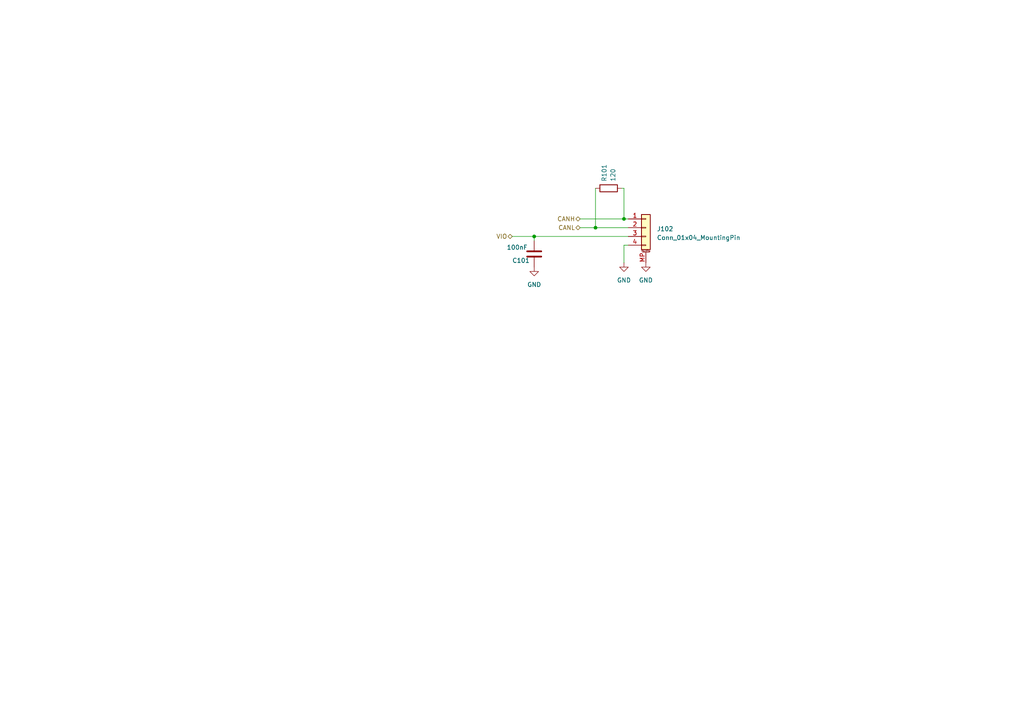
<source format=kicad_sch>
(kicad_sch
	(version 20231120)
	(generator "eeschema")
	(generator_version "8.0")
	(uuid "d339b9d8-51a7-460e-bb19-8d8c25d3e2aa")
	(paper "A4")
	(lib_symbols
		(symbol "Connector_Generic_MountingPin:Conn_01x04_MountingPin"
			(pin_names
				(offset 1.016) hide)
			(exclude_from_sim no)
			(in_bom yes)
			(on_board yes)
			(property "Reference" "J"
				(at 0 5.08 0)
				(effects
					(font
						(size 1.27 1.27)
					)
				)
			)
			(property "Value" "Conn_01x04_MountingPin"
				(at 1.27 -7.62 0)
				(effects
					(font
						(size 1.27 1.27)
					)
					(justify left)
				)
			)
			(property "Footprint" ""
				(at 0 0 0)
				(effects
					(font
						(size 1.27 1.27)
					)
					(hide yes)
				)
			)
			(property "Datasheet" "~"
				(at 0 0 0)
				(effects
					(font
						(size 1.27 1.27)
					)
					(hide yes)
				)
			)
			(property "Description" "Generic connectable mounting pin connector, single row, 01x04, script generated (kicad-library-utils/schlib/autogen/connector/)"
				(at 0 0 0)
				(effects
					(font
						(size 1.27 1.27)
					)
					(hide yes)
				)
			)
			(property "ki_keywords" "connector"
				(at 0 0 0)
				(effects
					(font
						(size 1.27 1.27)
					)
					(hide yes)
				)
			)
			(property "ki_fp_filters" "Connector*:*_1x??-1MP*"
				(at 0 0 0)
				(effects
					(font
						(size 1.27 1.27)
					)
					(hide yes)
				)
			)
			(symbol "Conn_01x04_MountingPin_1_1"
				(rectangle
					(start -1.27 -4.953)
					(end 0 -5.207)
					(stroke
						(width 0.1524)
						(type default)
					)
					(fill
						(type none)
					)
				)
				(rectangle
					(start -1.27 -2.413)
					(end 0 -2.667)
					(stroke
						(width 0.1524)
						(type default)
					)
					(fill
						(type none)
					)
				)
				(rectangle
					(start -1.27 0.127)
					(end 0 -0.127)
					(stroke
						(width 0.1524)
						(type default)
					)
					(fill
						(type none)
					)
				)
				(rectangle
					(start -1.27 2.667)
					(end 0 2.413)
					(stroke
						(width 0.1524)
						(type default)
					)
					(fill
						(type none)
					)
				)
				(rectangle
					(start -1.27 3.81)
					(end 1.27 -6.35)
					(stroke
						(width 0.254)
						(type default)
					)
					(fill
						(type background)
					)
				)
				(polyline
					(pts
						(xy -1.016 -7.112) (xy 1.016 -7.112)
					)
					(stroke
						(width 0.1524)
						(type default)
					)
					(fill
						(type none)
					)
				)
				(text "Mounting"
					(at 0 -6.731 0)
					(effects
						(font
							(size 0.381 0.381)
						)
					)
				)
				(pin passive line
					(at -5.08 2.54 0)
					(length 3.81)
					(name "Pin_1"
						(effects
							(font
								(size 1.27 1.27)
							)
						)
					)
					(number "1"
						(effects
							(font
								(size 1.27 1.27)
							)
						)
					)
				)
				(pin passive line
					(at -5.08 0 0)
					(length 3.81)
					(name "Pin_2"
						(effects
							(font
								(size 1.27 1.27)
							)
						)
					)
					(number "2"
						(effects
							(font
								(size 1.27 1.27)
							)
						)
					)
				)
				(pin passive line
					(at -5.08 -2.54 0)
					(length 3.81)
					(name "Pin_3"
						(effects
							(font
								(size 1.27 1.27)
							)
						)
					)
					(number "3"
						(effects
							(font
								(size 1.27 1.27)
							)
						)
					)
				)
				(pin passive line
					(at -5.08 -5.08 0)
					(length 3.81)
					(name "Pin_4"
						(effects
							(font
								(size 1.27 1.27)
							)
						)
					)
					(number "4"
						(effects
							(font
								(size 1.27 1.27)
							)
						)
					)
				)
				(pin passive line
					(at 0 -10.16 90)
					(length 3.048)
					(name "MountPin"
						(effects
							(font
								(size 1.27 1.27)
							)
						)
					)
					(number "MP"
						(effects
							(font
								(size 1.27 1.27)
							)
						)
					)
				)
			)
		)
		(symbol "Device:C"
			(pin_numbers hide)
			(pin_names
				(offset 0.254)
			)
			(exclude_from_sim no)
			(in_bom yes)
			(on_board yes)
			(property "Reference" "C"
				(at 0.635 2.54 0)
				(effects
					(font
						(size 1.27 1.27)
					)
					(justify left)
				)
			)
			(property "Value" "C"
				(at 0.635 -2.54 0)
				(effects
					(font
						(size 1.27 1.27)
					)
					(justify left)
				)
			)
			(property "Footprint" ""
				(at 0.9652 -3.81 0)
				(effects
					(font
						(size 1.27 1.27)
					)
					(hide yes)
				)
			)
			(property "Datasheet" "~"
				(at 0 0 0)
				(effects
					(font
						(size 1.27 1.27)
					)
					(hide yes)
				)
			)
			(property "Description" "Unpolarized capacitor"
				(at 0 0 0)
				(effects
					(font
						(size 1.27 1.27)
					)
					(hide yes)
				)
			)
			(property "ki_keywords" "cap capacitor"
				(at 0 0 0)
				(effects
					(font
						(size 1.27 1.27)
					)
					(hide yes)
				)
			)
			(property "ki_fp_filters" "C_*"
				(at 0 0 0)
				(effects
					(font
						(size 1.27 1.27)
					)
					(hide yes)
				)
			)
			(symbol "C_0_1"
				(polyline
					(pts
						(xy -2.032 -0.762) (xy 2.032 -0.762)
					)
					(stroke
						(width 0.508)
						(type default)
					)
					(fill
						(type none)
					)
				)
				(polyline
					(pts
						(xy -2.032 0.762) (xy 2.032 0.762)
					)
					(stroke
						(width 0.508)
						(type default)
					)
					(fill
						(type none)
					)
				)
			)
			(symbol "C_1_1"
				(pin passive line
					(at 0 3.81 270)
					(length 2.794)
					(name "~"
						(effects
							(font
								(size 1.27 1.27)
							)
						)
					)
					(number "1"
						(effects
							(font
								(size 1.27 1.27)
							)
						)
					)
				)
				(pin passive line
					(at 0 -3.81 90)
					(length 2.794)
					(name "~"
						(effects
							(font
								(size 1.27 1.27)
							)
						)
					)
					(number "2"
						(effects
							(font
								(size 1.27 1.27)
							)
						)
					)
				)
			)
		)
		(symbol "Device:R"
			(pin_numbers hide)
			(pin_names
				(offset 0)
			)
			(exclude_from_sim no)
			(in_bom yes)
			(on_board yes)
			(property "Reference" "R"
				(at 2.032 0 90)
				(effects
					(font
						(size 1.27 1.27)
					)
				)
			)
			(property "Value" "R"
				(at 0 0 90)
				(effects
					(font
						(size 1.27 1.27)
					)
				)
			)
			(property "Footprint" ""
				(at -1.778 0 90)
				(effects
					(font
						(size 1.27 1.27)
					)
					(hide yes)
				)
			)
			(property "Datasheet" "~"
				(at 0 0 0)
				(effects
					(font
						(size 1.27 1.27)
					)
					(hide yes)
				)
			)
			(property "Description" "Resistor"
				(at 0 0 0)
				(effects
					(font
						(size 1.27 1.27)
					)
					(hide yes)
				)
			)
			(property "ki_keywords" "R res resistor"
				(at 0 0 0)
				(effects
					(font
						(size 1.27 1.27)
					)
					(hide yes)
				)
			)
			(property "ki_fp_filters" "R_*"
				(at 0 0 0)
				(effects
					(font
						(size 1.27 1.27)
					)
					(hide yes)
				)
			)
			(symbol "R_0_1"
				(rectangle
					(start -1.016 -2.54)
					(end 1.016 2.54)
					(stroke
						(width 0.254)
						(type default)
					)
					(fill
						(type none)
					)
				)
			)
			(symbol "R_1_1"
				(pin passive line
					(at 0 3.81 270)
					(length 1.27)
					(name "~"
						(effects
							(font
								(size 1.27 1.27)
							)
						)
					)
					(number "1"
						(effects
							(font
								(size 1.27 1.27)
							)
						)
					)
				)
				(pin passive line
					(at 0 -3.81 90)
					(length 1.27)
					(name "~"
						(effects
							(font
								(size 1.27 1.27)
							)
						)
					)
					(number "2"
						(effects
							(font
								(size 1.27 1.27)
							)
						)
					)
				)
			)
		)
		(symbol "power:GND"
			(power)
			(pin_names
				(offset 0)
			)
			(exclude_from_sim no)
			(in_bom yes)
			(on_board yes)
			(property "Reference" "#PWR"
				(at 0 -6.35 0)
				(effects
					(font
						(size 1.27 1.27)
					)
					(hide yes)
				)
			)
			(property "Value" "GND"
				(at 0 -3.81 0)
				(effects
					(font
						(size 1.27 1.27)
					)
				)
			)
			(property "Footprint" ""
				(at 0 0 0)
				(effects
					(font
						(size 1.27 1.27)
					)
					(hide yes)
				)
			)
			(property "Datasheet" ""
				(at 0 0 0)
				(effects
					(font
						(size 1.27 1.27)
					)
					(hide yes)
				)
			)
			(property "Description" "Power symbol creates a global label with name \"GND\" , ground"
				(at 0 0 0)
				(effects
					(font
						(size 1.27 1.27)
					)
					(hide yes)
				)
			)
			(property "ki_keywords" "global power"
				(at 0 0 0)
				(effects
					(font
						(size 1.27 1.27)
					)
					(hide yes)
				)
			)
			(symbol "GND_0_1"
				(polyline
					(pts
						(xy 0 0) (xy 0 -1.27) (xy 1.27 -1.27) (xy 0 -2.54) (xy -1.27 -1.27) (xy 0 -1.27)
					)
					(stroke
						(width 0)
						(type default)
					)
					(fill
						(type none)
					)
				)
			)
			(symbol "GND_1_1"
				(pin power_in line
					(at 0 0 270)
					(length 0) hide
					(name "GND"
						(effects
							(font
								(size 1.27 1.27)
							)
						)
					)
					(number "1"
						(effects
							(font
								(size 1.27 1.27)
							)
						)
					)
				)
			)
		)
	)
	(junction
		(at 154.94 68.58)
		(diameter 0)
		(color 0 0 0 0)
		(uuid "4b6f744b-30f5-443a-8b39-9d51d8db693b")
	)
	(junction
		(at 180.975 63.5)
		(diameter 0)
		(color 0 0 0 0)
		(uuid "b0789c39-2ae0-4c68-a0ed-3d10ccbeff9c")
	)
	(junction
		(at 172.72 66.04)
		(diameter 0)
		(color 0 0 0 0)
		(uuid "d4259c15-44be-4e5c-b18e-d8e269fd289a")
	)
	(wire
		(pts
			(xy 180.975 71.12) (xy 180.975 76.2)
		)
		(stroke
			(width 0)
			(type default)
		)
		(uuid "00c952ea-469c-49bc-b5d1-630d9c998815")
	)
	(wire
		(pts
			(xy 180.34 54.61) (xy 180.975 54.61)
		)
		(stroke
			(width 0)
			(type default)
		)
		(uuid "04d8a2b0-4fac-4f35-b2c5-8c29259ad2ce")
	)
	(wire
		(pts
			(xy 172.72 54.61) (xy 172.72 66.04)
		)
		(stroke
			(width 0)
			(type default)
		)
		(uuid "1a0a1e65-9da2-42ed-9c4e-0e6ddfa8e4ef")
	)
	(wire
		(pts
			(xy 172.72 66.04) (xy 182.245 66.04)
		)
		(stroke
			(width 0)
			(type default)
		)
		(uuid "25f2c91b-c07b-45d8-986c-aee13c93f020")
	)
	(wire
		(pts
			(xy 154.94 68.58) (xy 182.245 68.58)
		)
		(stroke
			(width 0)
			(type default)
		)
		(uuid "3711cf39-0b6c-41e5-bbe4-895bfff51ed6")
	)
	(wire
		(pts
			(xy 180.975 63.5) (xy 182.245 63.5)
		)
		(stroke
			(width 0)
			(type default)
		)
		(uuid "4eadc921-dbe0-4c66-98d4-f395408e534f")
	)
	(wire
		(pts
			(xy 148.59 68.58) (xy 154.94 68.58)
		)
		(stroke
			(width 0)
			(type default)
		)
		(uuid "5074e70d-cefa-4735-a646-569a27cb1abb")
	)
	(wire
		(pts
			(xy 154.94 68.58) (xy 154.94 69.85)
		)
		(stroke
			(width 0)
			(type default)
		)
		(uuid "67327753-462d-4276-a62b-08243db7bc97")
	)
	(wire
		(pts
			(xy 168.275 63.5) (xy 180.975 63.5)
		)
		(stroke
			(width 0)
			(type default)
		)
		(uuid "6b9266f5-ab9c-409e-b0a8-6ccccf415811")
	)
	(wire
		(pts
			(xy 182.245 71.12) (xy 180.975 71.12)
		)
		(stroke
			(width 0)
			(type default)
		)
		(uuid "a00b61e4-0214-499a-9fe7-eb5ce6578ff5")
	)
	(wire
		(pts
			(xy 180.975 54.61) (xy 180.975 63.5)
		)
		(stroke
			(width 0)
			(type default)
		)
		(uuid "a3733565-fec9-4047-87f1-2cdc8fcc9525")
	)
	(wire
		(pts
			(xy 168.275 66.04) (xy 172.72 66.04)
		)
		(stroke
			(width 0)
			(type default)
		)
		(uuid "c3ef7b7b-88c6-406f-89a1-e9a9281729d8")
	)
	(hierarchical_label "CANH"
		(shape bidirectional)
		(at 168.275 63.5 180)
		(fields_autoplaced yes)
		(effects
			(font
				(size 1.27 1.27)
			)
			(justify right)
		)
		(uuid "2c630931-f64e-4408-bdb6-f907a3143100")
	)
	(hierarchical_label "CANL"
		(shape bidirectional)
		(at 168.275 66.04 180)
		(fields_autoplaced yes)
		(effects
			(font
				(size 1.27 1.27)
			)
			(justify right)
		)
		(uuid "36e33a2c-ddf0-40f7-ad94-0d1b25b7473a")
	)
	(hierarchical_label "VIO"
		(shape bidirectional)
		(at 148.59 68.58 180)
		(fields_autoplaced yes)
		(effects
			(font
				(size 1.27 1.27)
			)
			(justify right)
		)
		(uuid "a9f896c1-5c24-4d18-805e-8fa3db779532")
	)
	(symbol
		(lib_id "Connector_Generic_MountingPin:Conn_01x04_MountingPin")
		(at 187.325 66.04 0)
		(unit 1)
		(exclude_from_sim no)
		(in_bom yes)
		(on_board yes)
		(dnp no)
		(fields_autoplaced yes)
		(uuid "021cb314-136b-4da4-8e1f-6729fd302d6d")
		(property "Reference" "J702"
			(at 190.5 66.3956 0)
			(effects
				(font
					(size 1.27 1.27)
				)
				(justify left)
			)
		)
		(property "Value" "Conn_01x04_MountingPin"
			(at 190.5 68.9356 0)
			(effects
				(font
					(size 1.27 1.27)
				)
				(justify left)
			)
		)
		(property "Footprint" "WOBCLibrary:Grove_4P_L_SMD"
			(at 187.325 66.04 0)
			(effects
				(font
					(size 1.27 1.27)
				)
				(hide yes)
			)
		)
		(property "Datasheet" "~"
			(at 187.325 66.04 0)
			(effects
				(font
					(size 1.27 1.27)
				)
				(hide yes)
			)
		)
		(property "Description" ""
			(at 187.325 66.04 0)
			(effects
				(font
					(size 1.27 1.27)
				)
				(hide yes)
			)
		)
		(property "LCSC" ""
			(at 187.325 66.04 0)
			(effects
				(font
					(size 1.27 1.27)
				)
				(hide yes)
			)
		)
		(pin "1"
			(uuid "071806c8-3e63-4c3d-b333-64960a690f73")
		)
		(pin "2"
			(uuid "ff9d2e3a-e9a7-46d2-b46a-101d31b53693")
		)
		(pin "3"
			(uuid "29fe0431-eefb-4622-84d4-09307629414b")
		)
		(pin "4"
			(uuid "bafc71a1-2f75-49b8-a8d1-b5abe265b516")
		)
		(pin "MP"
			(uuid "05a7fa43-ce51-4efe-89e5-6a6434f551cb")
		)
		(instances
			(project "GS"
				(path "/09ffad5f-d798-427b-afb7-94e9cea30a78/b70cca1e-52d2-4c2e-8090-0c3b02bbb4bc"
					(reference "J702")
					(unit 1)
				)
			)
			(project "GS"
				(path "/920f9ee9-d8de-4f24-ad72-1c45434a67fe/b6596e6a-331e-4110-9845-3f13c73105a2"
					(reference "J2")
					(unit 1)
				)
				(path "/920f9ee9-d8de-4f24-ad72-1c45434a67fe/b68d4887-c983-40fc-adcd-c70e88ae0d4a"
					(reference "J2")
					(unit 1)
				)
			)
			(project "ModuleIFSimple"
				(path "/d339b9d8-51a7-460e-bb19-8d8c25d3e2aa"
					(reference "J102")
					(unit 1)
				)
			)
		)
	)
	(symbol
		(lib_id "Device:C")
		(at 154.94 73.66 180)
		(unit 1)
		(exclude_from_sim no)
		(in_bom yes)
		(on_board yes)
		(dnp no)
		(uuid "0c0aeee8-030b-49eb-8f9a-06dd3f856016")
		(property "Reference" "C701"
			(at 153.67 75.565 0)
			(effects
				(font
					(size 1.27 1.27)
				)
				(justify left)
			)
		)
		(property "Value" "100nF"
			(at 153.035 71.755 0)
			(effects
				(font
					(size 1.27 1.27)
				)
				(justify left)
			)
		)
		(property "Footprint" "Capacitor_SMD:C_0402_1005Metric"
			(at 153.9748 69.85 0)
			(effects
				(font
					(size 1.27 1.27)
				)
				(hide yes)
			)
		)
		(property "Datasheet" "~"
			(at 154.94 73.66 0)
			(effects
				(font
					(size 1.27 1.27)
				)
				(hide yes)
			)
		)
		(property "Description" ""
			(at 154.94 73.66 0)
			(effects
				(font
					(size 1.27 1.27)
				)
				(hide yes)
			)
		)
		(property "LCSC" "C1525"
			(at 154.94 73.66 0)
			(effects
				(font
					(size 1.27 1.27)
				)
				(hide yes)
			)
		)
		(pin "1"
			(uuid "f50f67c4-78e0-4068-a19f-d002292b015e")
		)
		(pin "2"
			(uuid "dce1e1db-2850-40f6-a192-beec4ac22fa4")
		)
		(instances
			(project "GS"
				(path "/09ffad5f-d798-427b-afb7-94e9cea30a78/b70cca1e-52d2-4c2e-8090-0c3b02bbb4bc"
					(reference "C701")
					(unit 1)
				)
			)
			(project "GS"
				(path "/920f9ee9-d8de-4f24-ad72-1c45434a67fe/b6596e6a-331e-4110-9845-3f13c73105a2"
					(reference "C1")
					(unit 1)
				)
				(path "/920f9ee9-d8de-4f24-ad72-1c45434a67fe/b68d4887-c983-40fc-adcd-c70e88ae0d4a"
					(reference "C1")
					(unit 1)
				)
			)
			(project "ModuleIFSimple"
				(path "/d339b9d8-51a7-460e-bb19-8d8c25d3e2aa"
					(reference "C101")
					(unit 1)
				)
			)
		)
	)
	(symbol
		(lib_id "power:GND")
		(at 187.325 76.2 0)
		(unit 1)
		(exclude_from_sim no)
		(in_bom yes)
		(on_board yes)
		(dnp no)
		(fields_autoplaced yes)
		(uuid "8bee61be-f40c-46ad-816d-825def9d72d5")
		(property "Reference" "#PWR0703"
			(at 187.325 82.55 0)
			(effects
				(font
					(size 1.27 1.27)
				)
				(hide yes)
			)
		)
		(property "Value" "GND"
			(at 187.325 81.28 0)
			(effects
				(font
					(size 1.27 1.27)
				)
			)
		)
		(property "Footprint" ""
			(at 187.325 76.2 0)
			(effects
				(font
					(size 1.27 1.27)
				)
				(hide yes)
			)
		)
		(property "Datasheet" ""
			(at 187.325 76.2 0)
			(effects
				(font
					(size 1.27 1.27)
				)
				(hide yes)
			)
		)
		(property "Description" ""
			(at 187.325 76.2 0)
			(effects
				(font
					(size 1.27 1.27)
				)
				(hide yes)
			)
		)
		(pin "1"
			(uuid "f0f97f87-71a6-4434-89ea-2ca4ff70c86f")
		)
		(instances
			(project "GS"
				(path "/09ffad5f-d798-427b-afb7-94e9cea30a78/b70cca1e-52d2-4c2e-8090-0c3b02bbb4bc"
					(reference "#PWR0703")
					(unit 1)
				)
			)
			(project "GS"
				(path "/920f9ee9-d8de-4f24-ad72-1c45434a67fe/b6596e6a-331e-4110-9845-3f13c73105a2"
					(reference "#PWR03")
					(unit 1)
				)
				(path "/920f9ee9-d8de-4f24-ad72-1c45434a67fe/b68d4887-c983-40fc-adcd-c70e88ae0d4a"
					(reference "#PWR03")
					(unit 1)
				)
			)
			(project "ModuleIFSimple"
				(path "/d339b9d8-51a7-460e-bb19-8d8c25d3e2aa"
					(reference "#PWR0103")
					(unit 1)
				)
			)
		)
	)
	(symbol
		(lib_id "power:GND")
		(at 154.94 77.47 0)
		(unit 1)
		(exclude_from_sim no)
		(in_bom yes)
		(on_board yes)
		(dnp no)
		(fields_autoplaced yes)
		(uuid "8ea43bd9-ad71-41be-959e-671575b9b0ae")
		(property "Reference" "#PWR0701"
			(at 154.94 83.82 0)
			(effects
				(font
					(size 1.27 1.27)
				)
				(hide yes)
			)
		)
		(property "Value" "GND"
			(at 154.94 82.55 0)
			(effects
				(font
					(size 1.27 1.27)
				)
			)
		)
		(property "Footprint" ""
			(at 154.94 77.47 0)
			(effects
				(font
					(size 1.27 1.27)
				)
				(hide yes)
			)
		)
		(property "Datasheet" ""
			(at 154.94 77.47 0)
			(effects
				(font
					(size 1.27 1.27)
				)
				(hide yes)
			)
		)
		(property "Description" ""
			(at 154.94 77.47 0)
			(effects
				(font
					(size 1.27 1.27)
				)
				(hide yes)
			)
		)
		(pin "1"
			(uuid "5717964a-2fbe-4f81-9572-772b3bb3b3a0")
		)
		(instances
			(project "GS"
				(path "/09ffad5f-d798-427b-afb7-94e9cea30a78/b70cca1e-52d2-4c2e-8090-0c3b02bbb4bc"
					(reference "#PWR0701")
					(unit 1)
				)
			)
			(project "GS"
				(path "/920f9ee9-d8de-4f24-ad72-1c45434a67fe/b6596e6a-331e-4110-9845-3f13c73105a2"
					(reference "#PWR01")
					(unit 1)
				)
				(path "/920f9ee9-d8de-4f24-ad72-1c45434a67fe/b68d4887-c983-40fc-adcd-c70e88ae0d4a"
					(reference "#PWR01")
					(unit 1)
				)
			)
			(project "ModuleIFSimple"
				(path "/d339b9d8-51a7-460e-bb19-8d8c25d3e2aa"
					(reference "#PWR0101")
					(unit 1)
				)
			)
		)
	)
	(symbol
		(lib_id "Device:R")
		(at 176.53 54.61 90)
		(unit 1)
		(exclude_from_sim no)
		(in_bom yes)
		(on_board yes)
		(dnp no)
		(uuid "c6bf4233-50de-42b8-af2b-e6b82245309d")
		(property "Reference" "R701"
			(at 175.26 52.705 0)
			(effects
				(font
					(size 1.27 1.27)
				)
				(justify left)
			)
		)
		(property "Value" "120"
			(at 177.8 52.705 0)
			(effects
				(font
					(size 1.27 1.27)
				)
				(justify left)
			)
		)
		(property "Footprint" "Resistor_SMD:R_0402_1005Metric"
			(at 176.53 56.388 90)
			(effects
				(font
					(size 1.27 1.27)
				)
				(hide yes)
			)
		)
		(property "Datasheet" "~"
			(at 176.53 54.61 0)
			(effects
				(font
					(size 1.27 1.27)
				)
				(hide yes)
			)
		)
		(property "Description" ""
			(at 176.53 54.61 0)
			(effects
				(font
					(size 1.27 1.27)
				)
				(hide yes)
			)
		)
		(property "LCSC" "C25079"
			(at 176.53 54.61 0)
			(effects
				(font
					(size 1.27 1.27)
				)
				(hide yes)
			)
		)
		(pin "1"
			(uuid "d65d0259-13c4-4351-8066-447eeed2070f")
		)
		(pin "2"
			(uuid "41c23999-feec-450e-b25a-3a2c1b8bfdcd")
		)
		(instances
			(project "GS"
				(path "/09ffad5f-d798-427b-afb7-94e9cea30a78/b70cca1e-52d2-4c2e-8090-0c3b02bbb4bc"
					(reference "R701")
					(unit 1)
				)
			)
			(project "GS"
				(path "/920f9ee9-d8de-4f24-ad72-1c45434a67fe/b6596e6a-331e-4110-9845-3f13c73105a2"
					(reference "R1")
					(unit 1)
				)
				(path "/920f9ee9-d8de-4f24-ad72-1c45434a67fe/b68d4887-c983-40fc-adcd-c70e88ae0d4a"
					(reference "R1")
					(unit 1)
				)
			)
			(project "ModuleIFSimple"
				(path "/d339b9d8-51a7-460e-bb19-8d8c25d3e2aa"
					(reference "R101")
					(unit 1)
				)
			)
		)
	)
	(symbol
		(lib_id "power:GND")
		(at 180.975 76.2 0)
		(unit 1)
		(exclude_from_sim no)
		(in_bom yes)
		(on_board yes)
		(dnp no)
		(fields_autoplaced yes)
		(uuid "ea82cfcc-2e5a-45da-9983-8473717e235f")
		(property "Reference" "#PWR0702"
			(at 180.975 82.55 0)
			(effects
				(font
					(size 1.27 1.27)
				)
				(hide yes)
			)
		)
		(property "Value" "GND"
			(at 180.975 81.28 0)
			(effects
				(font
					(size 1.27 1.27)
				)
			)
		)
		(property "Footprint" ""
			(at 180.975 76.2 0)
			(effects
				(font
					(size 1.27 1.27)
				)
				(hide yes)
			)
		)
		(property "Datasheet" ""
			(at 180.975 76.2 0)
			(effects
				(font
					(size 1.27 1.27)
				)
				(hide yes)
			)
		)
		(property "Description" ""
			(at 180.975 76.2 0)
			(effects
				(font
					(size 1.27 1.27)
				)
				(hide yes)
			)
		)
		(pin "1"
			(uuid "95a82e7d-a836-4f1f-963f-55221213ea09")
		)
		(instances
			(project "GS"
				(path "/09ffad5f-d798-427b-afb7-94e9cea30a78/b70cca1e-52d2-4c2e-8090-0c3b02bbb4bc"
					(reference "#PWR0702")
					(unit 1)
				)
			)
			(project "GS"
				(path "/920f9ee9-d8de-4f24-ad72-1c45434a67fe/b6596e6a-331e-4110-9845-3f13c73105a2"
					(reference "#PWR02")
					(unit 1)
				)
				(path "/920f9ee9-d8de-4f24-ad72-1c45434a67fe/b68d4887-c983-40fc-adcd-c70e88ae0d4a"
					(reference "#PWR02")
					(unit 1)
				)
			)
			(project "ModuleIFSimple"
				(path "/d339b9d8-51a7-460e-bb19-8d8c25d3e2aa"
					(reference "#PWR0102")
					(unit 1)
				)
			)
		)
	)
)

</source>
